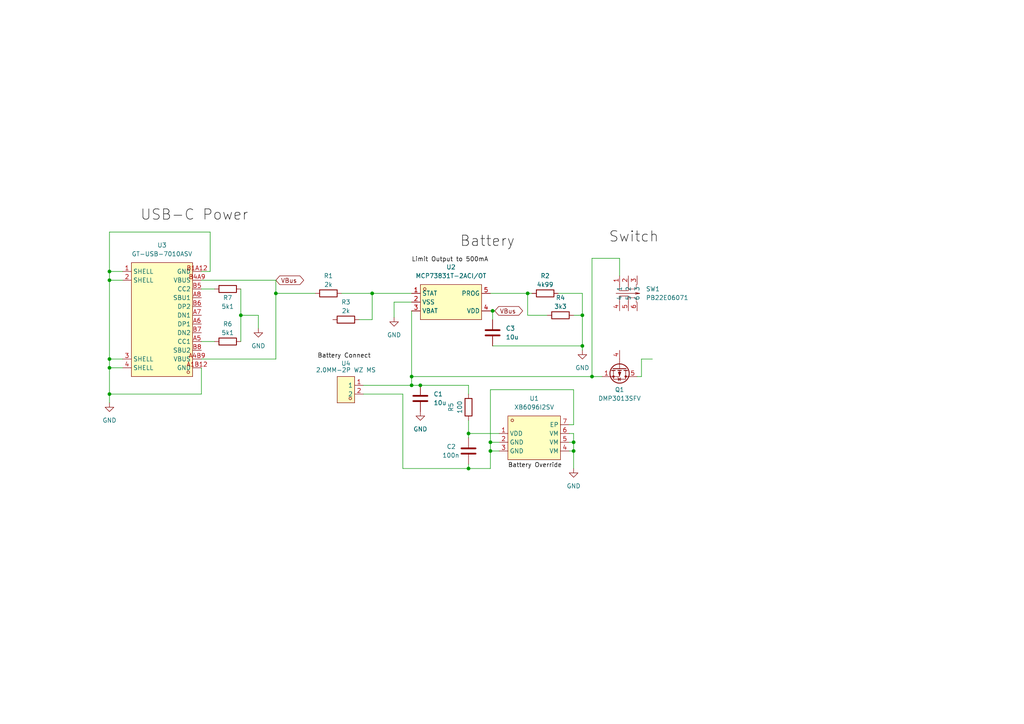
<source format=kicad_sch>
(kicad_sch (version 20230121) (generator eeschema)
  (paper "A4")
  (lib_symbols
    (symbol "Device:C" (pin_numbers hide) (pin_names (offset 0.254))
      (property "Reference" "C" (at 0.635 2.54 0))
      (property "Value" "C" (at 0.635 -2.54 0))
      (symbol "C_0_1"
        (polyline (pts (xy -2.032 -0.762) (xy 2.032 -0.762)) (stroke (width 0.508)))
        (polyline (pts (xy -2.032 0.762) (xy 2.032 0.762)) (stroke (width 0.508)))
      )
      (symbol "C_1_1"
        (pin passive line (at 0 3.81 270) (length 2.794) (name "~") (number "1"))
        (pin passive line (at 0 -3.81 90) (length 2.794) (name "~") (number "2"))
      )
    )
    (symbol "Device:R" (pin_numbers hide) (pin_names (offset 0))
      (property "Reference" "R" (at 2.032 0 90))
      (property "Value" "R" (at 0 0 90))
      (symbol "R_0_1"
        (rectangle (start -1.016 -2.54) (end 1.016 2.54) (stroke (width 0.254)))
      )
      (symbol "R_1_1"
        (pin passive line (at 0 3.81 270) (length 1.27) (name "~") (number "1"))
        (pin passive line (at 0 -3.81 90) (length 1.27) (name "~") (number "2"))
      )
    )
    (symbol "Transistor_FET:DMP3013SFV" (pin_names hide)
      (property "Reference" "Q" (at 5.08 1.905 0))
      (property "Value" "DMP3013SFV" (at 5.08 0 0))
      (symbol "DMP3013SFV_0_1"
        (polyline (pts (xy 0.254 0) (xy -2.54 0)))
        (polyline (pts (xy 0.254 1.905) (xy 0.254 -1.905)) (stroke (width 0.254)))
        (polyline (pts (xy 0.762 -1.27) (xy 0.762 -2.286)) (stroke (width 0.254)))
        (polyline (pts (xy 0.762 0.508) (xy 0.762 -0.508)) (stroke (width 0.254)))
        (polyline (pts (xy 0.762 2.286) (xy 0.762 1.27)) (stroke (width 0.254)))
        (polyline (pts (xy 2.54 2.54) (xy 2.54 1.778)))
        (polyline (pts (xy 2.54 -2.54) (xy 2.54 0) (xy 0.762 0)))
        (polyline (pts (xy 0.762 1.778) (xy 3.302 1.778) (xy 3.302 -1.778) (xy 0.762 -1.778)))
        (polyline (pts (xy 2.286 0) (xy 1.27 0.381) (xy 1.27 -0.381) (xy 2.286 0)) (fill (type outline)))
        (polyline (pts (xy 2.794 -0.508) (xy 2.921 -0.381) (xy 3.683 -0.381) (xy 3.81 -0.254)))
        (polyline (pts (xy 3.302 -0.381) (xy 2.921 0.254) (xy 3.683 0.254) (xy 3.302 -0.381)))
        (circle (center 1.651 0) (radius 2.794) (stroke (width 0.254)))
        (circle (center 2.54 -1.778) (radius 0.254) (fill (type outline)))
        (circle (center 2.54 1.778) (radius 0.254) (fill (type outline)))
      )
      (symbol "DMP3013SFV_1_1"
        (pin passive line (at 2.54 -5.08 90) (length 2.54) (name "S") (number "1"))
        (pin passive line (at 2.54 -5.08 90) (length 2.54) hide (name "S") (number "2"))
        (pin passive line (at 2.54 -5.08 90) (length 2.54) hide (name "S") (number "3"))
        (pin passive line (at -5.08 0 0) (length 2.54) (name "G") (number "4"))
        (pin passive line (at 2.54 5.08 270) (length 2.54) (name "D") (number "5"))
      )
    )
    (symbol "easyeda2kicad:2.0MM-2PWZMS"
      (property "Reference" "U4" (at 0 -10.16 0))
      (property "Value" "2.0MM-2P WZ MS" (at 0 -7.62 0))
      (symbol "2.0MM-2PWZMS_0_1"
        (rectangle (start -2.54 3.81) (end 2.54 -3.81) (fill (type background)))
        (circle (center -1.27 2.54) (radius 0.38))
        (pin unspecified line (at -5.08 -1.27 0) (length 2.54) (name "1") (number "1"))
        (pin unspecified line (at -5.08 1.27 0) (length 2.54) (name "2") (number "2"))
      )
    )
    (symbol "easyeda2kicad:GT-USB-7010ASV"
      (property "Reference" "U" (at 0 20.32 0))
      (property "Value" "GT-USB-7010ASV" (at 0 -17.78 0))
      (symbol "GT-USB-7010ASV_0_1"
        (rectangle (start -10.16 17.78) (end 7.62 -15.24) (fill (type background)))
        (circle (center -8.89 16.51) (radius 0.38))
        (pin unspecified line (at 10.16 -12.7 180) (length 2.54) (name "SHELL") (number "1"))
        (pin unspecified line (at 10.16 -10.16 180) (length 2.54) (name "SHELL") (number "2"))
        (pin unspecified line (at 10.16 12.7 180) (length 2.54) (name "SHELL") (number "3"))
        (pin unspecified line (at 10.16 15.24 180) (length 2.54) (name "SHELL") (number "4"))
        (pin unspecified line (at -12.7 15.24 0) (length 2.54) (name "GND") (number "A1B12"))
        (pin unspecified line (at -12.7 12.7 0) (length 2.54) (name "VBUS") (number "A4B9"))
        (pin unspecified line (at -12.7 7.62 0) (length 2.54) (name "CC1") (number "A5"))
        (pin unspecified line (at -12.7 2.54 0) (length 2.54) (name "DP1") (number "A6"))
        (pin unspecified line (at -12.7 0 0) (length 2.54) (name "DN1") (number "A7"))
        (pin unspecified line (at -12.7 -5.08 0) (length 2.54) (name "SBU1") (number "A8"))
        (pin unspecified line (at -12.7 -12.7 0) (length 2.54) (name "GND") (number "B1A12"))
        (pin unspecified line (at -12.7 -10.16 0) (length 2.54) (name "VBUS") (number "B4A9"))
        (pin unspecified line (at -12.7 -7.62 0) (length 2.54) (name "CC2") (number "B5"))
        (pin unspecified line (at -12.7 -2.54 0) (length 2.54) (name "DP2") (number "B6"))
        (pin unspecified line (at -12.7 5.08 0) (length 2.54) (name "DN2") (number "B7"))
        (pin unspecified line (at -12.7 10.16 0) (length 2.54) (name "SBU2") (number "B8"))
      )
    )
    (symbol "easyeda2kicad:MCP73831T-2ACI_OT"
      (property "Reference" "U" (at 0 7.62 0))
      (property "Value" "MCP73831T-2ACI/OT" (at 0 -7.62 0))
      (symbol "MCP73831T-2ACI_OT_0_1"
        (rectangle (start -8.89 5.08) (end 8.89 -5.08) (fill (type background)))
        (circle (center -7.62 3.81) (radius 0.38))
        (pin unspecified line (at -11.43 2.54 0) (length 2.54) (name "STAT") (number "1"))
        (pin unspecified line (at -11.43 0 0) (length 2.54) (name "VSS") (number "2"))
        (pin unspecified line (at -11.43 -2.54 0) (length 2.54) (name "VBAT") (number "3"))
        (pin unspecified line (at 11.43 -2.54 180) (length 2.54) (name "VDD") (number "4"))
        (pin unspecified line (at 11.43 2.54 180) (length 2.54) (name "PROG") (number "5"))
      )
    )
    (symbol "easyeda2kicad:PB22E06071"
      (property "Reference" "SW" (at 0 10.16 0))
      (property "Value" "PB22E06071" (at 0 -10.16 0))
      (symbol "PB22E06071_0_1"
        (polyline (pts (xy 0.51 -1.27) (xy 0.25 -1.27)))
        (polyline (pts (xy 0.51 1.27) (xy 0.25 1.27)))
        (polyline (pts (xy 1.02 -1.27) (xy 0.76 -1.27)))
        (polyline (pts (xy 1.02 1.27) (xy 0.76 1.27)))
        (polyline (pts (xy 1.52 -1.27) (xy 1.27 -1.27)))
        (polyline (pts (xy 1.52 1.27) (xy 1.27 1.27)))
        (polyline (pts (xy 2.03 -1.27) (xy 1.78 -1.27)))
        (polyline (pts (xy 2.03 1.27) (xy 1.78 1.27)))
        (polyline (pts (xy 2.29 -2.54) (xy 2.29 -2.29)))
        (polyline (pts (xy 2.29 -2.03) (xy 2.29 -1.78)))
        (polyline (pts (xy 2.29 -1.52) (xy 2.29 -1.27)))
        (polyline (pts (xy 2.29 1.52) (xy 2.29 1.27)))
        (polyline (pts (xy 2.29 2.03) (xy 2.29 1.78)))
        (polyline (pts (xy 2.29 2.54) (xy 2.29 2.29)))
        (polyline (pts (xy 3.3 0) (xy 2.03 -0.25)))
        (polyline (pts (xy -3.56 0) (xy 3.3 0) (xy 2.03 0.25)))
        (polyline (pts (xy 0 -2.54) (xy 0 -0.76) (xy -2.54 -0.76) (xy -2.54 -2.54)))
        (polyline (pts (xy 0 2.54) (xy 0 0.76) (xy -2.54 0.76) (xy -2.54 2.54) (xy -2.54 2.54)))
        (pin unspecified line (at -2.54 5.08 270) (length 2.54) (name "1") (number "1"))
        (pin unspecified line (at 0 5.08 270) (length 2.54) (name "2") (number "2"))
        (pin unspecified line (at 2.54 5.08 270) (length 2.54) (name "3") (number "3"))
        (pin unspecified line (at -2.54 -5.08 90) (length 2.54) (name "4") (number "4"))
        (pin unspecified line (at 0 -5.08 90) (length 2.54) (name "5") (number "5"))
        (pin unspecified line (at 2.54 -5.08 90) (length 2.54) (name "6") (number "6"))
      )
    )
    (symbol "easyeda2kicad:XB6096I2SV"
      (property "Reference" "U" (at 0 10.16 0))
      (property "Value" "XB6096I2SV" (at 0 -7.62 0))
      (symbol "XB6096I2SV_0_1"
        (rectangle (start -7.62 7.62) (end 7.62 -5.08) (fill (type background)))
        (circle (center -6.35 6.35) (radius 0.38))
        (pin unspecified line (at -10.16 2.54 0) (length 2.54) (name "VDD") (number "1"))
        (pin unspecified line (at -10.16 0 0) (length 2.54) (name "GND") (number "2"))
        (pin unspecified line (at -10.16 -2.54 0) (length 2.54) (name "GND") (number "3"))
        (pin unspecified line (at 10.16 -2.54 180) (length 2.54) (name "VM") (number "4"))
        (pin unspecified line (at 10.16 0 180) (length 2.54) (name "VM") (number "5"))
        (pin unspecified line (at 10.16 2.54 180) (length 2.54) (name "VM") (number "6"))
        (pin unspecified line (at 10.16 5.08 180) (length 2.54) (name "EP") (number "7"))
      )
    )
    (symbol "power:GND" (power) (pin_names (offset 0))
      (property "Value" "GND" (at 0 -3.81 0))
      (symbol "GND_0_1"
        (polyline (pts (xy 0 0) (xy 0 -1.27) (xy 1.27 -1.27) (xy 0 -2.54) (xy -1.27 -1.27) (xy 0 -1.27)))
      )
      (symbol "GND_1_1"
        (pin power_in line (at 0 0 270) (length 0) hide (name "GND") (number "1"))
      )
    )
  )
  (junction (at 31.75 114.3))
  (junction (at 31.75 104.14))
  (junction (at 80.01 85.09))
  (junction (at 166.37 128.27))
  (junction (at 135.89 135.89))
  (junction (at 153.035 85.09))
  (junction (at 166.37 130.81))
  (junction (at 107.95 85.09))
  (junction (at 142.24 128.27))
  (junction (at 168.91 100.33))
  (junction (at 119.38 109.22))
  (junction (at 168.91 91.44))
  (junction (at 142.24 130.81))
  (junction (at 119.38 111.76))
  (junction (at 142.875 90.17))
  (junction (at 171.704 109.22))
  (junction (at 31.75 106.68))
  (junction (at 31.75 78.74))
  (junction (at 69.85 91.44))
  (junction (at 31.75 81.28))
  (junction (at 135.89 125.73))
  (junction (at 121.92 111.76))
  (wire (pts (xy 166.37 128.27) (xy 165.1 128.27)))
  (wire (pts (xy 186.055 104.14) (xy 189.23 104.14)))
  (wire (pts (xy 135.89 121.92) (xy 135.89 125.73)))
  (wire (pts (xy 166.37 125.73) (xy 166.37 128.27)))
  (wire (pts (xy 153.035 85.09) (xy 154.305 85.09)))
  (wire (pts (xy 74.93 95.25) (xy 74.93 91.44)))
  (wire (pts (xy 99.06 85.09) (xy 107.95 85.09)))
  (wire (pts (xy 60.96 78.74) (xy 60.96 67.31)))
  (wire (pts (xy 142.875 90.17) (xy 142.24 90.17)))
  (wire (pts (xy 58.42 83.82) (xy 62.23 83.82)))
  (wire (pts (xy 80.01 81.28) (xy 80.01 85.09)))
  (wire (pts (xy 58.42 81.28) (xy 80.01 81.28)))
  (wire (pts (xy 166.37 113.03) (xy 142.24 113.03)))
  (wire (pts (xy 31.75 81.28) (xy 35.56 81.28)))
  (wire (pts (xy 107.95 92.71) (xy 107.95 85.09)))
  (wire (pts (xy 142.24 128.27) (xy 144.78 128.27)))
  (wire (pts (xy 69.85 91.44) (xy 74.93 91.44)))
  (wire (pts (xy 31.75 78.74) (xy 31.75 81.28)))
  (wire (pts (xy 166.37 123.19) (xy 165.1 123.19)))
  (wire (pts (xy 143.51 90.17) (xy 142.875 90.17)))
  (wire (pts (xy 119.38 109.22) (xy 119.38 111.76)))
  (wire (pts (xy 119.38 111.76) (xy 121.92 111.76)))
  (wire (pts (xy 142.875 90.17) (xy 142.875 92.71)))
  (wire (pts (xy 107.95 85.09) (xy 119.38 85.09)))
  (wire (pts (xy 31.75 106.68) (xy 31.75 114.3)))
  (wire (pts (xy 168.91 100.33) (xy 168.91 101.6)))
  (wire (pts (xy 31.75 104.14) (xy 35.56 104.14)))
  (wire (pts (xy 116.84 135.89) (xy 116.84 114.3)))
  (wire (pts (xy 31.75 67.31) (xy 31.75 78.74)))
  (wire (pts (xy 58.42 78.74) (xy 60.96 78.74)))
  (wire (pts (xy 58.42 106.68) (xy 58.42 114.3)))
  (wire (pts (xy 142.875 100.33) (xy 168.91 100.33)))
  (wire (pts (xy 119.38 90.17) (xy 119.38 109.22)))
  (wire (pts (xy 186.055 109.22) (xy 184.785 109.22)))
  (wire (pts (xy 135.89 114.3) (xy 135.89 111.76)))
  (wire (pts (xy 166.37 128.27) (xy 166.37 130.81)))
  (wire (pts (xy 179.705 74.93) (xy 171.704 74.93)))
  (wire (pts (xy 153.035 91.44) (xy 153.035 85.09)))
  (wire (pts (xy 161.925 85.09) (xy 168.91 85.09)))
  (wire (pts (xy 31.75 106.68) (xy 35.56 106.68)))
  (wire (pts (xy 168.91 91.44) (xy 166.37 91.44)))
  (wire (pts (xy 166.37 135.89) (xy 166.37 130.81)))
  (wire (pts (xy 31.75 78.74) (xy 35.56 78.74)))
  (wire (pts (xy 119.38 111.76) (xy 105.41 111.76)))
  (wire (pts (xy 31.75 114.3) (xy 31.75 116.84)))
  (wire (pts (xy 69.85 83.82) (xy 69.85 91.44)))
  (wire (pts (xy 186.055 109.22) (xy 186.055 104.14)))
  (wire (pts (xy 168.91 85.09) (xy 168.91 91.44)))
  (wire (pts (xy 135.89 111.76) (xy 121.92 111.76)))
  (wire (pts (xy 179.705 74.93) (xy 179.705 80.01)))
  (wire (pts (xy 60.96 67.31) (xy 31.75 67.31)))
  (wire (pts (xy 142.24 135.89) (xy 142.24 130.81)))
  (wire (pts (xy 135.89 127) (xy 135.89 125.73)))
  (wire (pts (xy 31.75 104.14) (xy 31.75 106.68)))
  (wire (pts (xy 114.3 87.63) (xy 119.38 87.63)))
  (wire (pts (xy 171.704 109.22) (xy 174.625 109.22)))
  (wire (pts (xy 142.24 85.09) (xy 153.035 85.09)))
  (wire (pts (xy 142.24 130.81) (xy 144.78 130.81)))
  (wire (pts (xy 158.75 91.44) (xy 153.035 91.44)))
  (wire (pts (xy 166.37 130.81) (xy 165.1 130.81)))
  (wire (pts (xy 31.75 81.28) (xy 31.75 104.14)))
  (wire (pts (xy 80.01 104.14) (xy 80.01 85.09)))
  (wire (pts (xy 31.75 114.3) (xy 58.42 114.3)))
  (wire (pts (xy 105.41 114.3) (xy 116.84 114.3)))
  (wire (pts (xy 142.24 128.27) (xy 142.24 130.81)))
  (wire (pts (xy 135.89 135.89) (xy 142.24 135.89)))
  (wire (pts (xy 114.3 92.075) (xy 114.3 87.63)))
  (wire (pts (xy 58.42 99.06) (xy 62.23 99.06)))
  (wire (pts (xy 80.01 85.09) (xy 91.44 85.09)))
  (wire (pts (xy 135.89 135.89) (xy 116.84 135.89)))
  (wire (pts (xy 168.91 91.44) (xy 168.91 100.33)))
  (wire (pts (xy 166.37 125.73) (xy 165.1 125.73)))
  (wire (pts (xy 142.24 113.03) (xy 142.24 128.27)))
  (wire (pts (xy 166.37 123.19) (xy 166.37 113.03)))
  (wire (pts (xy 135.89 134.62) (xy 135.89 135.89)))
  (wire (pts (xy 171.704 74.93) (xy 171.704 109.22)))
  (wire (pts (xy 119.38 109.22) (xy 171.704 109.22)))
  (wire (pts (xy 135.89 125.73) (xy 144.78 125.73)))
  (wire (pts (xy 69.85 91.44) (xy 69.85 99.06)))
  (wire (pts (xy 104.14 92.71) (xy 107.95 92.71)))
  (wire (pts (xy 58.42 104.14) (xy 80.01 104.14)))
  (label "Battery Override" (at 147.32 135.89 0))
  (label "Limit Output to 500mA" (at 119.38 76.2 0))
  (label "Switch" (at 176.53 71.12 0) (effects (font (size 3 3))))
  (label "Battery" (at 133.35 72.39 0) (effects (font (size 3 3))))
  (label "USB-C Power" (at 40.64 64.77 0) (effects (font (size 3 3))))
  (label "Battery Connect" (at 92.075 104.14 0))
  (global_label "VBus" (shape bidirectional) (at 80.01 81.28 0) (property "Intersheetrefs" "${INTERSHEET_REFS}" (effects hide)))
  (global_label "VBus" (shape bidirectional) (at 143.51 90.17 0) (property "Intersheetrefs" "${INTERSHEET_REFS}" (effects hide)))
  (symbol (lib_id "easyeda2kicad:2.0MM-2PWZMS") (at 100.33 113.03 180) (unit 1)
    (property "Reference" "U4" (at 100.33 105.41 0))
    (property "Value" "2.0MM-2P WZ MS" (at 100.33 107.315 0))
    (property "Footprint" "easyeda2kicad:CONN-TH_2P-P2.00_SHOUHAN_2.0MM-2P-WZ-MS" (effects hide))
    (property "LCSC Part" "C17701660" (effects hide))
  )
  (symbol (lib_id "Device:R") (at 66.04 99.06 90) (unit 1)
    (property "Reference" "R6" (at 66.04 93.98 90))
    (property "Value" "5k1" (at 66.04 96.52 90))
    (property "Footprint" "Resistor_SMD:R_0402_1005Metric" (effects hide))
  )
  (symbol (lib_id "power:GND") (at 31.75 116.84 0) (unit 1)
    (property "Reference" "#PWR03" (effects hide))
    (property "Value" "GND" (at 31.75 121.92 0))
  )
  (symbol (lib_id "Device:R") (at 135.89 118.11 180) (unit 1)
    (property "Reference" "R5" (at 130.81 118.11 90))
    (property "Value" "100" (at 133.35 118.11 90))
    (property "Footprint" "Resistor_SMD:R_0402_1005Metric" (effects hide))
  )
  (symbol (lib_id "Device:C") (at 135.89 130.81 0) (unit 1)
    (property "Reference" "C2" (at 129.54 129.54 0) (effects (justify left)))
    (property "Value" "100n" (at 128.27 132.08 0) (effects (justify left)))
    (property "Footprint" "Capacitor_SMD:C_0402_1005Metric_Pad0.74x0.62mm_HandSolder" (effects hide))
  )
  (symbol (lib_id "Device:R") (at 162.56 91.44 90) (unit 1)
    (property "Reference" "R4" (at 162.56 86.36 90))
    (property "Value" "3k3" (at 162.56 88.9 90))
    (property "Footprint" "Resistor_SMD:R_0402_1005Metric" (effects hide))
  )
  (symbol (lib_id "easyeda2kicad:XB6096I2SV") (at 154.94 128.27 0) (unit 1)
    (property "Reference" "U1" (at 154.94 115.57 0))
    (property "Value" "XB6096I2SV" (at 154.94 118.11 0))
    (property "Footprint" "easyeda2kicad:WDFN-6_L2.0-W2.0-P0.65-BL-EP" (effects hide))
    (property "LCSC Part" "C2998744" (effects hide))
  )
  (symbol (lib_id "Device:R") (at 95.25 85.09 90) (unit 1)
    (property "Reference" "R1" (at 95.25 80.01 90))
    (property "Value" "2k" (at 95.25 82.55 90))
    (property "Footprint" "Resistor_SMD:R_0402_1005Metric" (effects hide))
  )
  (symbol (lib_id "power:GND") (at 166.37 135.89 0) (unit 1)
    (property "Reference" "#PWR04" (effects hide))
    (property "Value" "GND" (at 166.37 140.97 0))
  )
  (symbol (lib_id "power:GND") (at 121.92 119.38 0) (unit 1)
    (property "Reference" "#PWR02" (effects hide))
    (property "Value" "GND" (at 121.92 124.46 0))
  )
  (symbol (lib_id "Device:R") (at 100.33 92.71 90) (unit 1)
    (property "Reference" "R3" (at 100.33 87.63 90))
    (property "Value" "2k" (at 100.33 90.17 90))
    (property "Footprint" "Resistor_SMD:R_0402_1005Metric" (effects hide))
  )
  (symbol (lib_id "Device:C") (at 121.92 115.57 0) (unit 1)
    (property "Reference" "C1" (at 125.73 114.3 0) (effects (justify left)))
    (property "Value" "10u" (at 125.73 116.84 0) (effects (justify left)))
    (property "Footprint" "Capacitor_SMD:C_0402_1005Metric_Pad0.74x0.62mm_HandSolder" (effects hide))
  )
  (symbol (lib_id "easyeda2kicad:PB22E06071") (at 182.245 85.09 0) (unit 1)
    (property "Reference" "SW1" (at 187.325 83.82 0) (effects (justify left)))
    (property "Value" "PB22E06071" (at 187.325 86.36 0) (effects (justify left)))
    (property "Footprint" "easyeda2kicad:SW-TH_6P-L5.8-W5.8-P2.00-LS4.5_PB22E06371-0625" (effects hide))
    (property "Datasheet" "https://lcsc.com/product-detail/Others_GANGYUAN-PB22E06071-25_C194404.html" (effects hide))
    (property "LCSC Part" "C194404" (effects hide))
  )
  (symbol (lib_id "Transistor_FET:DMP3013SFV") (at 179.705 106.68 270) (unit 1)
    (property "Reference" "Q1" (at 179.705 113.03 90))
    (property "Value" "DMP3013SFV" (at 179.705 115.57 90))
    (property "Footprint" "Package_SON:Diodes_PowerDI3333-8" (effects hide))
    (property "Datasheet" "https://www.diodes.com/assets/Datasheets/DMP3013SFV.pdf" (effects hide))
  )
  (symbol (lib_id "Device:C") (at 142.875 96.52 0) (unit 1)
    (property "Reference" "C3" (at 146.685 95.25 0) (effects (justify left)))
    (property "Value" "10u" (at 146.685 97.79 0) (effects (justify left)))
    (property "Footprint" "Capacitor_SMD:C_0402_1005Metric_Pad0.74x0.62mm_HandSolder" (effects hide))
  )
  (symbol (lib_id "Device:R") (at 158.115 85.09 90) (unit 1)
    (property "Reference" "R2" (at 158.115 80.01 90))
    (property "Value" "4k99" (at 158.115 82.55 90))
    (property "Footprint" "Resistor_SMD:R_0402_1005Metric" (effects hide))
  )
  (symbol (lib_id "easyeda2kicad:MCP73831T-2ACI_OT") (at 130.81 87.63 0) (unit 1)
    (property "Reference" "U2" (at 130.81 77.47 0))
    (property "Value" "MCP73831T-2ACI/OT" (at 130.81 80.01 0))
    (property "Footprint" "easyeda2kicad:SOT-23-5_L3.0-W1.7-P0.95-LS2.8-BL" (effects hide))
    (property "Datasheet" "https://lcsc.com/product-detail/PMIC-Battery-Management_Microchip-Tech-MCP73831T-2ACI-OT_C424093.html" (effects hide))
    (property "LCSC Part" "C424093" (effects hide))
  )
  (symbol (lib_id "power:GND") (at 114.3 92.075 0) (unit 1)
    (property "Reference" "#PWR06" (effects hide))
    (property "Value" "GND" (at 114.3 97.155 0))
  )
  (symbol (lib_id "power:GND") (at 168.91 101.6 0) (unit 1)
    (property "Reference" "#PWR01" (effects hide))
    (property "Value" "GND" (at 168.91 106.68 0))
  )
  (symbol (lib_id "Device:R") (at 66.04 83.82 90) (unit 1)
    (property "Reference" "R7" (at 66.04 86.36 90))
    (property "Value" "5k1" (at 66.04 88.9 90))
    (property "Footprint" "Resistor_SMD:R_0402_1005Metric" (effects hide))
  )
  (symbol (lib_id "easyeda2kicad:GT-USB-7010ASV") (at 45.72 91.44 180) (unit 1)
    (property "Reference" "U3" (at 46.99 71.12 0))
    (property "Value" "GT-USB-7010ASV" (at 46.99 73.66 0))
    (property "Footprint" "easyeda2kicad:USB-C-SMD_G-SWITCH_GT-USB-7010ASV" (effects hide))
    (property "LCSC Part" "C2988369" (effects hide))
  )
  (symbol (lib_id "power:GND") (at 74.93 95.25 0) (unit 1)
    (property "Reference" "#PWR05" (effects hide))
    (property "Value" "GND" (at 74.93 100.33 0))
  )
)
</source>
